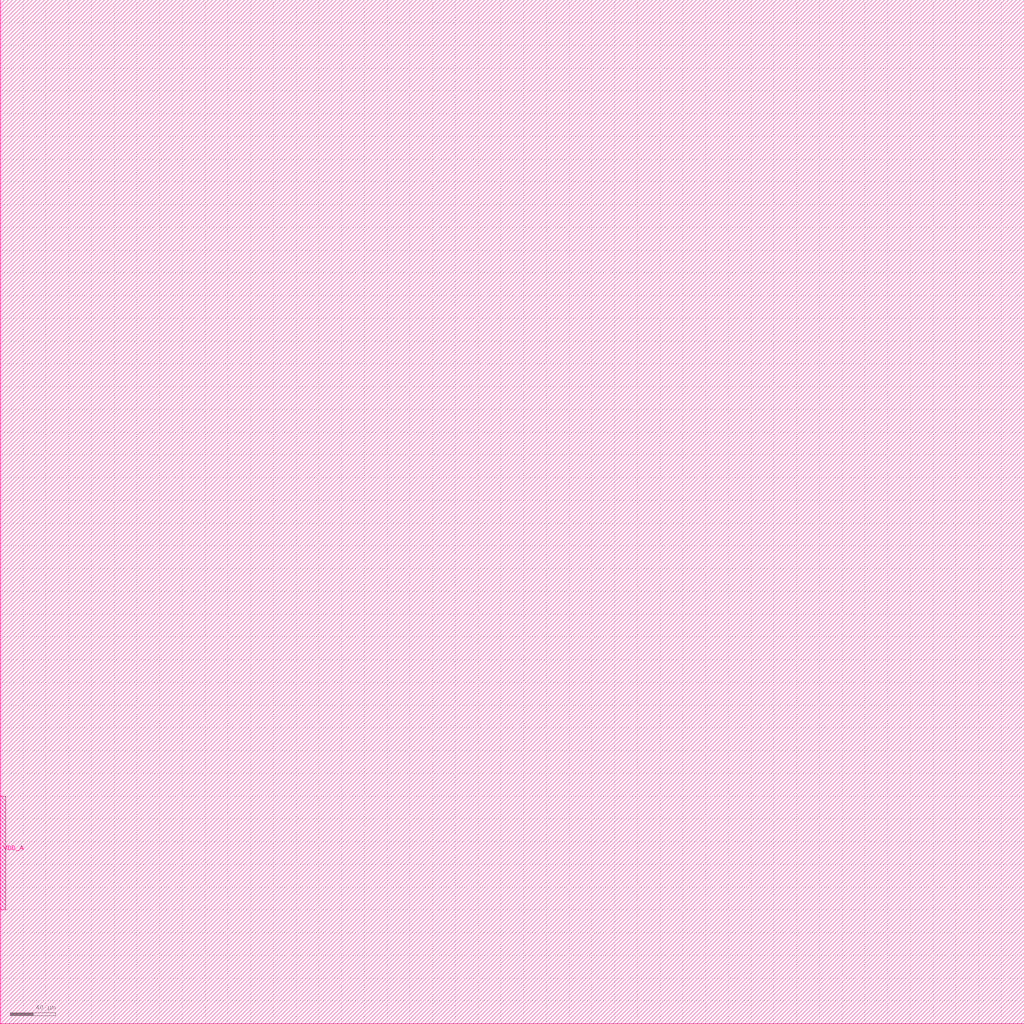
<source format=lef>
VERSION 5.5 ;
NAMESCASESENSITIVE ON ;
#BUSBITCHARS "d" ;
#DIVIDERCHAR "/" ;

SITE unit
  CLASS CORE ;
  SYMMETRY X Y ;
  SIZE 0.2 BY 1.8 ;
END unit


MACRO block1
  CLASS BLOCK ;
  ORIGIN 0 0 ;
  SIZE 1000 BY 500 ;
  SYMMETRY X Y R90 ;

  PIN VDD_A
    DIRECTION INOUT ;
    USE POWER ;
    PORT
    LAYER METAL2 ;
       RECT 0 10 5 60 ;
    LAYER METAL3 ;
       RECT 0 10 5 60 ;
    END 
  END VDD_A
  PIN VDD_B
    DIRECTION INOUT ;
    USE POWER ;
    PORT
    LAYER METAL2 ;
       RECT 0 200 5 250 ;
    LAYER METAL3 ;
       RECT 0 200 5 250 ;
    END
  END VDD_B

  OBS
    LAYER METAL1 ;
       RECT 0 0 1000 500 ;
    LAYER METAL2 ;
       RECT 0 0 1000 500 ;
    LAYER METAL3 ;
       RECT 0 0 1000 500 ;
  END
END block1
  
MACRO block2
  CLASS BLOCK ;
  ORIGIN 0 0 ;
  SIZE 700 BY 600 ;
  SYMMETRY X Y R90 ;

  PIN VDD_A
    DIRECTION INOUT ;
    USE POWER ;
    PORT
    LAYER METAL3 ;
       RECT 0 100 5 150 ;
    LAYER METAL4 ;
       RECT 0 100 5 150 ;
    END
  END VDD_A

  OBS
    LAYER METAL1 ;
       RECT 0 0 700 600 ;
    LAYER METAL2 ;
       RECT 0 0 700 600 ;
    LAYER METAL3 ;
       RECT 0 0 700 600 ;
    LAYER METAL4 ;
       RECT 0 0 700 600 ;
  END
END block2

MACRO block3
  CLASS BLOCK ;
  ORIGIN 0 0 ;
  SIZE 500 BY 500 ;
  SYMMETRY X Y R90 ;

  PIN VDD_A
    DIRECTION INOUT ;
    USE POWER ;
    PORT
    LAYER METAL5 ;
       RECT 0 50 5 100 ;
    END
  END VDD_A

  OBS
    LAYER METAL5 ;
       RECT 0 0 500 500 ;
  END
END block3

MACRO block4
  CLASS BLOCK ;
  ORIGIN 0 0 ;
  SIZE 200 BY 200 ;
  SYMMETRY X Y R90 ;

  PIN VDD_A
    DIRECTION INOUT ;
    USE POWER ;
    PORT
    LAYER METAL3 ;
       RECT 0 80 5 120 ;
    LAYER METAL4 ;
       RECT 0 80 5 120 ;
    END
  END VDD_A

  OBS
    LAYER METAL1 ;
       RECT 0 0 200 200 ;
    LAYER METAL2 ;
       RECT 0 0 200 200 ;
    LAYER METAL3 ;
       RECT 0 0 200 200 ;
    LAYER METAL4 ;
       RECT 0 0 200 200 ;
  END
END block4

MACRO block5
  CLASS BLOCK ;
  ORIGIN 0 0 ;
  SIZE 200 BY 1000 ;
  SYMMETRY X Y R90 ;

  PIN VDD_A
    DIRECTION INOUT ;
    USE POWER ;
    PORT
    LAYER METAL3 ;
       RECT 0 200 5 250 ;
    LAYER METAL4 ;
       RECT 0 200 5 250 ;
    END
  END VDD_A
  PIN VDD_B
    DIRECTION INOUT ;
    USE POWER ;
    PORT
    LAYER METAL3 ;
       RECT 0 400 5 450 ;
    LAYER METAL4 ;
       RECT 0 400 5 450 ;
    END
  END VDD_B

  OBS
    LAYER METAL1 ;
       RECT 0 0 200 1000 ;
    LAYER METAL2 ;
       RECT 0 0 200 1000 ;
    LAYER METAL3 ;
       RECT 0 0 200 1000 ;
    LAYER METAL4 ;
       RECT 0 0 200 1000 ;
  END
END block5

MACRO block6
  CLASS BLOCK ;
  ORIGIN 0 0 ;
  SIZE 900 BY 900 ;
  SYMMETRY X Y R90 ;

  PIN VDD_A
    DIRECTION INOUT ;
    USE POWER ;
    PORT
    LAYER METAL6 ;
       RECT 0 100 5 200 ;
    END
  END VDD_A

  OBS
    LAYER METAL6 ;
       RECT 0 0 900 900 ;
  END
END block6

MACRO block7
  CLASS BLOCK ;
  ORIGIN 0 0 ;
  SIZE 100 BY 200 ;
  SYMMETRY X Y R90 ;

  PIN VDD_A
    DIRECTION INOUT ;
    USE POWER ;
    PORT
    LAYER METAL5 ;
       RECT 0 50 5 70 ;
    LAYER METAL6 ;
       RECT 0 50 5 70 ;
    END
  END VDD_A

  OBS
    LAYER METAL1 ;
       RECT 0 0 100 200 ;
    LAYER METAL2 ;
       RECT 0 0 100 200 ;
    LAYER METAL3 ;
       RECT 0 0 100 200 ;
    LAYER METAL4 ;
       RECT 0 0 100 200 ;
    LAYER METAL5 ;
       RECT 0 0 100 200 ;
    LAYER METAL6 ;
       RECT 0 0 100 200 ;
  END
END block7

MACRO block8
  CLASS BLOCK ;
  ORIGIN 0 0 ;
  SIZE 50 BY 300 ;
  SYMMETRY X Y R90 ;

  PIN VDD_A
    DIRECTION INOUT ;
    USE POWER ;
    PORT
    LAYER METAL5 ;
       RECT 0 50 5 70 ;
    LAYER METAL6 ;
       RECT 0 50 5 70 ;
    END
  END VDD_A

  OBS
    LAYER METAL1 ;
       RECT 0 0 50 300 ;
    LAYER METAL2 ;
       RECT 0 0 50 300 ;
    LAYER METAL3 ;
       RECT 0 0 50 300 ;
    LAYER METAL4 ;
       RECT 0 0 50 300 ;
    LAYER METAL5 ;
       RECT 0 0 50 300 ;
    LAYER METAL6 ;
       RECT 0 0 50 300 ;
  END
END block8


MACRO block9
  CLASS BLOCK ;
  ORIGIN 0 0 ;
  SIZE 250 BY 700 ;
  SYMMETRY X Y R90 ;

  PIN VDD_A
    DIRECTION INOUT ;
    USE POWER ;
    PORT
    LAYER METAL5 ;
       RECT 0 150 5 180 ;
    LAYER METAL6 ;
       RECT 0 150 5 180 ;
    END
  END VDD_A
  PIN VDD_B
    DIRECTION INOUT ;
    USE POWER ;
    PORT
    LAYER METAL5 ;
       RECT 0 250 5 280 ;
    LAYER METAL6 ;
       RECT 0 250 5 280 ;
    END
  END VDD_B
  PIN VDD_C
    DIRECTION INOUT ;
    USE POWER ;
    PORT
    LAYER METAL5 ;
       RECT 0 350 5 380 ;
    LAYER METAL6 ;
       RECT 0 350 5 380 ;
    END
  END VDD_C
  PIN VDD_D
    DIRECTION INOUT ;
    USE POWER ;
    PORT
    LAYER METAL5 ;
       RECT 0 450 5 480 ;
    LAYER METAL6 ;
       RECT 0 450 5 480 ;
    END
  END VDD_D
  PIN VDD_E
    DIRECTION INOUT ;
    USE POWER ;
    PORT
    LAYER METAL5 ;
       RECT 0 550 5 580 ;
    LAYER METAL6 ;
       RECT 0 550 5 580 ;
    END
  END VDD_E

  OBS
    LAYER METAL1 ;
       RECT 0 0 250 700 ;
    LAYER METAL2 ; 
       RECT 0 0 250 700 ;
    LAYER METAL3 ; 
       RECT 0 0 250 700 ;
    LAYER METAL4 ;
       RECT 0 0 250 700 ;
    LAYER METAL5 ;
       RECT 0 0 250 700 ;
    LAYER METAL6 ;
       RECT 0 0 250 700 ;
  END  
END block9


END LIBRARY

</source>
